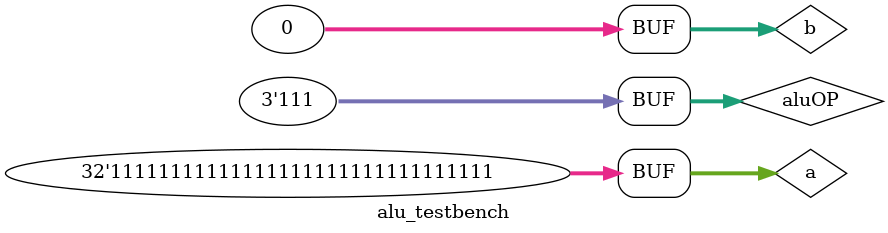
<source format=v>
`define DELAY 20
module alu_testbench(); 
reg [31:0] a, b;
reg [2:0] aluOP;
wire [31:0] res;

alu atb(a,b,aluOP,res);

initial begin
a = 32'd0; b = 32'hFFFFFFFF; aluOP = 3'b000; //add
#`DELAY;
a = 32'd5327; b = 32'd1000; aluOP = 3'b000; //add
#`DELAY;
a = 32'b1011000111000111101; b = 32'b0101110011011101101101; aluOP = 3'b001; //xor
#`DELAY;
a = 32'd0; b = 32'hFFFFFFFF; aluOP = 3'b001; //xor
#`DELAY;
a = 32'd53; b = 32'd25; aluOP = 3'b010; //sub
#`DELAY;
a = 32'd1000; b = 32'd501; aluOP = 3'b010; //sub
#`DELAY;
a = 32'd10; b = 32'd5; aluOP = 3'b011; //mult
#`DELAY;
a = 32'd1000; b = 32'd3000; aluOP = 3'b100; //slt
#`DELAY;
a = 32'd2000; b = 32'd15; aluOP = 3'b100; //slt
#`DELAY;
a = 32'b1011001010111000; b = 32'b1011000101101101; aluOP = 3'b101; //nor
#`DELAY;
a = 32'hFFFFFFFF; b = 32'd0; aluOP = 3'b101; //nor
#`DELAY;
a = 32'b10101100010101101101; b = 32'b11011010001101100; aluOP = 3'b110; //and
#`DELAY;
a = 32'hFFFFFFFF; b = 32'd0; aluOP = 3'b110; //and
#`DELAY;
a = 32'b1010101010111101101; b = 32'b110101011100; aluOP = 3'b111; //or
#`DELAY;
a = 32'hFFFFFFFF; b = 32'd0; aluOP = 3'b111; //or
end
 
 
initial
begin
$monitor("Results:time=%d,a=%d,b=%d,aluOp=%d,res=%d",$time,a,b,aluOP,res);
end
 
endmodule
</source>
